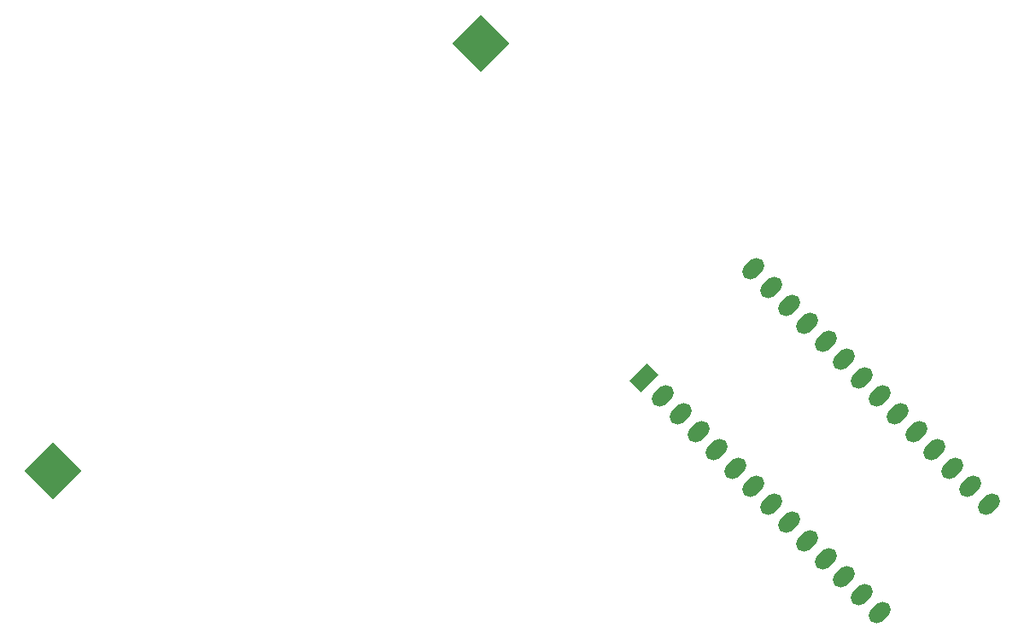
<source format=gbr>
%TF.GenerationSoftware,KiCad,Pcbnew,(6.0.10-0)*%
%TF.CreationDate,2023-02-19T18:45:33-05:00*%
%TF.ProjectId,Grad_Cap,47726164-5f43-4617-902e-6b696361645f,rev?*%
%TF.SameCoordinates,Original*%
%TF.FileFunction,Soldermask,Bot*%
%TF.FilePolarity,Negative*%
%FSLAX46Y46*%
G04 Gerber Fmt 4.6, Leading zero omitted, Abs format (unit mm)*
G04 Created by KiCad (PCBNEW (6.0.10-0)) date 2023-02-19 18:45:33*
%MOMM*%
%LPD*%
G01*
G04 APERTURE LIST*
G04 Aperture macros list*
%AMHorizOval*
0 Thick line with rounded ends*
0 $1 width*
0 $2 $3 position (X,Y) of the first rounded end (center of the circle)*
0 $4 $5 position (X,Y) of the second rounded end (center of the circle)*
0 Add line between two ends*
20,1,$1,$2,$3,$4,$5,0*
0 Add two circle primitives to create the rounded ends*
1,1,$1,$2,$3*
1,1,$1,$4,$5*%
%AMRotRect*
0 Rectangle, with rotation*
0 The origin of the aperture is its center*
0 $1 length*
0 $2 width*
0 $3 Rotation angle, in degrees counterclockwise*
0 Add horizontal line*
21,1,$1,$2,0,0,$3*%
G04 Aperture macros list end*
%ADD10RotRect,2.400000X1.600000X45.000000*%
%ADD11HorizOval,1.600000X0.282843X0.282843X-0.282843X-0.282843X0*%
%ADD12RotRect,4.000000X4.000000X225.000000*%
G04 APERTURE END LIST*
D10*
%TO.C,U1*%
X227717464Y-202677309D03*
D11*
X229513515Y-204473360D03*
X231309566Y-206269411D03*
X233105618Y-208065463D03*
X234901669Y-209861514D03*
X236697720Y-211657565D03*
X238493771Y-213453616D03*
X240289823Y-215249668D03*
X242085874Y-217045719D03*
X243881925Y-218841770D03*
X245677976Y-220637821D03*
X247474027Y-222433872D03*
X249270079Y-224229924D03*
X251066130Y-226025975D03*
X261842437Y-215249668D03*
X260046386Y-213453616D03*
X258250335Y-211657565D03*
X256454284Y-209861514D03*
X254658232Y-208065463D03*
X252862181Y-206269411D03*
X251066130Y-204473360D03*
X249270079Y-202677309D03*
X247474027Y-200881258D03*
X245677976Y-199085207D03*
X243881925Y-197289155D03*
X242085874Y-195493104D03*
X240289823Y-193697053D03*
X238493771Y-191901002D03*
%TD*%
D12*
%TO.C,TP2*%
X169085443Y-211920467D03*
%TD*%
%TO.C,TP1*%
X211511850Y-169494060D03*
%TD*%
M02*

</source>
